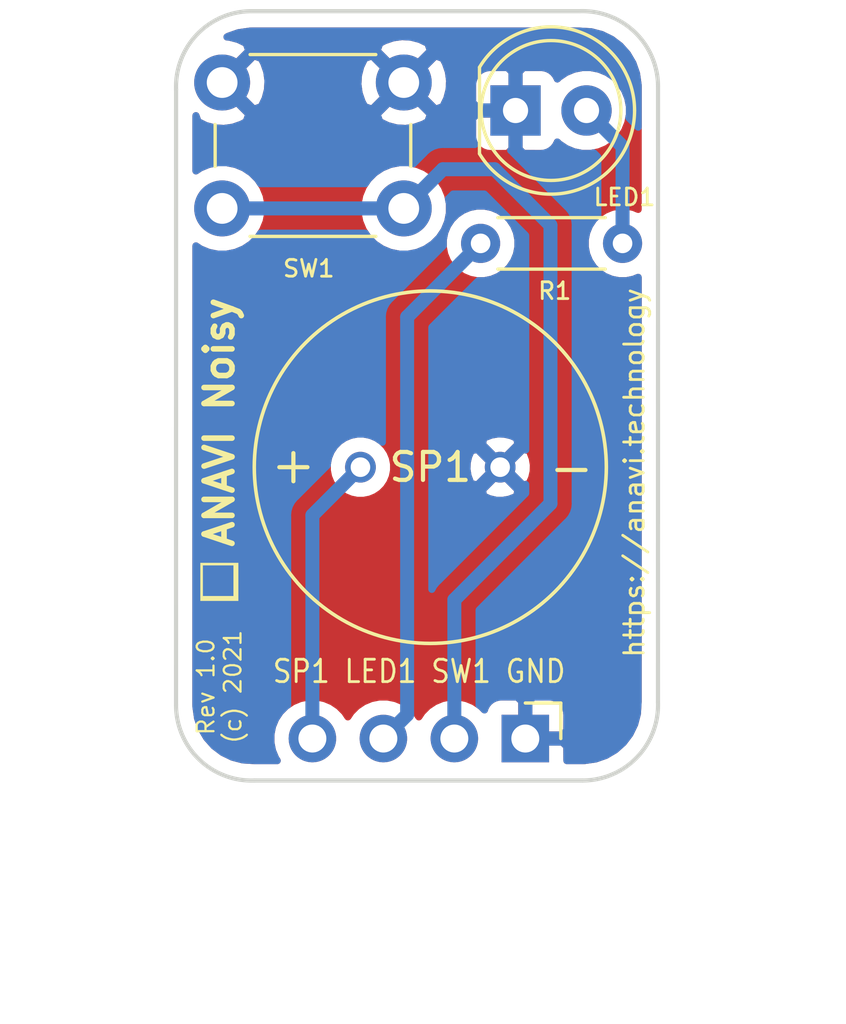
<source format=kicad_pcb>
(kicad_pcb (version 20171130) (host pcbnew 5.1.5+dfsg1-2build2)

  (general
    (thickness 1.6)
    (drawings 13)
    (tracks 15)
    (zones 0)
    (modules 6)
    (nets 6)
  )

  (page A4)
  (layers
    (0 F.Cu signal)
    (31 B.Cu signal)
    (32 B.Adhes user)
    (33 F.Adhes user)
    (34 B.Paste user)
    (35 F.Paste user)
    (36 B.SilkS user)
    (37 F.SilkS user)
    (38 B.Mask user)
    (39 F.Mask user)
    (40 Dwgs.User user)
    (41 Cmts.User user)
    (42 Eco1.User user)
    (43 Eco2.User user)
    (44 Edge.Cuts user)
    (45 Margin user)
    (46 B.CrtYd user)
    (47 F.CrtYd user)
    (48 B.Fab user)
    (49 F.Fab user)
  )

  (setup
    (last_trace_width 0.5)
    (trace_clearance 0.254)
    (zone_clearance 0.508)
    (zone_45_only no)
    (trace_min 0.2)
    (via_size 0.85)
    (via_drill 0.4)
    (via_min_size 0.4)
    (via_min_drill 0.3)
    (uvia_size 0.35)
    (uvia_drill 0.1)
    (uvias_allowed no)
    (uvia_min_size 0.2)
    (uvia_min_drill 0.1)
    (edge_width 0.15)
    (segment_width 0.2)
    (pcb_text_width 0.3)
    (pcb_text_size 1.5 1.5)
    (mod_edge_width 0.15)
    (mod_text_size 1 1)
    (mod_text_width 0.15)
    (pad_size 1.524 1.524)
    (pad_drill 0.762)
    (pad_to_mask_clearance 0.2)
    (solder_mask_min_width 0.25)
    (aux_axis_origin 0 0)
    (visible_elements FFFFFF7F)
    (pcbplotparams
      (layerselection 0x010f0_ffffffff)
      (usegerberextensions true)
      (usegerberattributes false)
      (usegerberadvancedattributes false)
      (creategerberjobfile false)
      (excludeedgelayer true)
      (linewidth 1.000000)
      (plotframeref false)
      (viasonmask false)
      (mode 1)
      (useauxorigin false)
      (hpglpennumber 1)
      (hpglpenspeed 20)
      (hpglpendiameter 15.000000)
      (psnegative false)
      (psa4output false)
      (plotreference true)
      (plotvalue true)
      (plotinvisibletext false)
      (padsonsilk false)
      (subtractmaskfromsilk false)
      (outputformat 1)
      (mirror false)
      (drillshape 0)
      (scaleselection 1)
      (outputdirectory "plots/anavi-noisy-10/"))
  )

  (net 0 "")
  (net 1 GND)
  (net 2 "Net-(J1-Pad2)")
  (net 3 "Net-(J1-Pad3)")
  (net 4 "Net-(J1-Pad4)")
  (net 5 "Net-(D1-Pad2)")

  (net_class Default "This is the default net class."
    (clearance 0.254)
    (trace_width 0.5)
    (via_dia 0.85)
    (via_drill 0.4)
    (uvia_dia 0.35)
    (uvia_drill 0.1)
    (add_net GND)
    (add_net "Net-(D1-Pad2)")
    (add_net "Net-(J1-Pad2)")
    (add_net "Net-(J1-Pad3)")
    (add_net "Net-(J1-Pad4)")
  )

  (module logo:Pin_Header_Angled_1x04_Pitch2.54mm (layer F.Cu) (tedit 5E2A9AD8) (tstamp 60F7A3B3)
    (at 178.6 96.7 270)
    (descr "Through hole angled pin header, 1x04, 2.54mm pitch, 6mm pin length, single row")
    (tags "Through hole angled pin header THT 1x04 2.54mm single row")
    (path /5B13D8AA)
    (fp_text reference J1 (at 4.315 -2.27 270) (layer F.SilkS) hide
      (effects (font (size 1 1) (thickness 0.15)))
    )
    (fp_text value CONN_01X04 (at 4.315 9.89 270) (layer F.Fab) hide
      (effects (font (size 1 1) (thickness 0.15)))
    )
    (fp_line (start 10.2 -1.6) (end -1.6 -1.6) (layer F.CrtYd) (width 0.05))
    (fp_line (start 10.2 9.2) (end 10.2 -1.6) (layer F.CrtYd) (width 0.05))
    (fp_line (start -1.6 9.2) (end 10.2 9.2) (layer F.CrtYd) (width 0.05))
    (fp_line (start -1.6 -1.6) (end -1.6 9.2) (layer F.CrtYd) (width 0.05))
    (fp_line (start -1.27 -1.27) (end 0 -1.27) (layer F.SilkS) (width 0.12))
    (fp_line (start -1.27 0) (end -1.27 -1.27) (layer F.SilkS) (width 0.12))
    (fp_line (start 9.9 7.3) (end 0 7.3) (layer F.Fab) (width 0.1))
    (fp_line (start 9.9 7.94) (end 9.9 7.3) (layer F.Fab) (width 0.1))
    (fp_line (start 0 7.94) (end 9.9 7.94) (layer F.Fab) (width 0.1))
    (fp_line (start 0 7.3) (end 0 7.94) (layer F.Fab) (width 0.1))
    (fp_line (start 3.9 6.35) (end 1.4 6.35) (layer F.Fab) (width 0.1))
    (fp_line (start 3.9 8.89) (end 3.9 6.35) (layer F.Fab) (width 0.1))
    (fp_line (start 1.4 8.89) (end 3.9 8.89) (layer F.Fab) (width 0.1))
    (fp_line (start 1.4 6.35) (end 1.4 8.89) (layer F.Fab) (width 0.1))
    (fp_line (start 9.9 4.76) (end 0 4.76) (layer F.Fab) (width 0.1))
    (fp_line (start 9.9 5.4) (end 9.9 4.76) (layer F.Fab) (width 0.1))
    (fp_line (start 0 5.4) (end 9.9 5.4) (layer F.Fab) (width 0.1))
    (fp_line (start 0 4.76) (end 0 5.4) (layer F.Fab) (width 0.1))
    (fp_line (start 3.9 3.81) (end 1.4 3.81) (layer F.Fab) (width 0.1))
    (fp_line (start 3.9 6.35) (end 3.9 3.81) (layer F.Fab) (width 0.1))
    (fp_line (start 1.4 6.35) (end 3.9 6.35) (layer F.Fab) (width 0.1))
    (fp_line (start 1.4 3.81) (end 1.4 6.35) (layer F.Fab) (width 0.1))
    (fp_line (start 9.9 2.22) (end 0 2.22) (layer F.Fab) (width 0.1))
    (fp_line (start 9.9 2.86) (end 9.9 2.22) (layer F.Fab) (width 0.1))
    (fp_line (start 0 2.86) (end 9.9 2.86) (layer F.Fab) (width 0.1))
    (fp_line (start 0 2.22) (end 0 2.86) (layer F.Fab) (width 0.1))
    (fp_line (start 3.9 1.27) (end 1.4 1.27) (layer F.Fab) (width 0.1))
    (fp_line (start 3.9 3.81) (end 3.9 1.27) (layer F.Fab) (width 0.1))
    (fp_line (start 1.4 3.81) (end 3.9 3.81) (layer F.Fab) (width 0.1))
    (fp_line (start 1.4 1.27) (end 1.4 3.81) (layer F.Fab) (width 0.1))
    (fp_line (start 9.9 -0.32) (end 0 -0.32) (layer F.Fab) (width 0.1))
    (fp_line (start 9.9 0.32) (end 9.9 -0.32) (layer F.Fab) (width 0.1))
    (fp_line (start 0 0.32) (end 9.9 0.32) (layer F.Fab) (width 0.1))
    (fp_line (start 0 -0.32) (end 0 0.32) (layer F.Fab) (width 0.1))
    (fp_line (start 3.9 -1.27) (end 1.4 -1.27) (layer F.Fab) (width 0.1))
    (fp_line (start 3.9 1.27) (end 3.9 -1.27) (layer F.Fab) (width 0.1))
    (fp_line (start 1.4 1.27) (end 3.9 1.27) (layer F.Fab) (width 0.1))
    (fp_line (start 1.4 -1.27) (end 1.4 1.27) (layer F.Fab) (width 0.1))
    (pad 4 thru_hole oval (at 0 7.62 270) (size 1.7 1.7) (drill 1) (layers *.Cu *.Mask)
      (net 4 "Net-(J1-Pad4)"))
    (pad 3 thru_hole oval (at 0 5.08 270) (size 1.7 1.7) (drill 1) (layers *.Cu *.Mask)
      (net 3 "Net-(J1-Pad3)"))
    (pad 2 thru_hole oval (at 0 2.54 270) (size 1.7 1.7) (drill 1) (layers *.Cu *.Mask)
      (net 2 "Net-(J1-Pad2)"))
    (pad 1 thru_hole rect (at 0 0 270) (size 1.7 1.7) (drill 1) (layers *.Cu *.Mask)
      (net 1 GND))
    (model Pin_Headers.3dshapes/Pin_Header_Angled_1x04_Pitch2.54mm.wrl
      (offset (xyz 0 -3.809999942779541 0))
      (scale (xyz 1 1 1))
      (rotate (xyz 0 0 90))
    )
  )

  (module LEDs:LED_D5.0mm (layer F.Cu) (tedit 5E29DBB0) (tstamp 5B16956F)
    (at 178.25 74.25)
    (descr "LED, diameter 5.0mm, 2 pins, http://cdn-reichelt.de/documents/datenblatt/A500/LL-504BC2E-009.pdf")
    (tags "LED diameter 5.0mm 2 pins")
    (path /5B13D81A)
    (fp_text reference D1 (at 1.27 -3.96) (layer F.SilkS) hide
      (effects (font (size 1 1) (thickness 0.15)))
    )
    (fp_text value LED (at 1.27 3.96) (layer F.Fab) hide
      (effects (font (size 1 1) (thickness 0.15)))
    )
    (fp_arc (start 1.27 0) (end -1.23 -1.469694) (angle 299.1) (layer F.Fab) (width 0.1))
    (fp_arc (start 1.27 0) (end -1.29 -1.54483) (angle 148.9) (layer F.SilkS) (width 0.12))
    (fp_arc (start 1.27 0) (end -1.29 1.54483) (angle -148.9) (layer F.SilkS) (width 0.12))
    (fp_circle (center 1.27 0) (end 3.77 0) (layer F.Fab) (width 0.1))
    (fp_circle (center 1.27 0) (end 3.77 0) (layer F.SilkS) (width 0.12))
    (fp_line (start -1.23 -1.469694) (end -1.23 1.469694) (layer F.Fab) (width 0.1))
    (fp_line (start -1.29 -1.545) (end -1.29 1.545) (layer F.SilkS) (width 0.12))
    (fp_line (start -1.95 -3.25) (end -1.95 3.25) (layer F.CrtYd) (width 0.05))
    (fp_line (start -1.95 3.25) (end 4.5 3.25) (layer F.CrtYd) (width 0.05))
    (fp_line (start 4.5 3.25) (end 4.5 -3.25) (layer F.CrtYd) (width 0.05))
    (fp_line (start 4.5 -3.25) (end -1.95 -3.25) (layer F.CrtYd) (width 0.05))
    (pad 1 thru_hole rect (at 0 0) (size 1.8 1.8) (drill 0.9) (layers *.Cu *.Mask)
      (net 1 GND))
    (pad 2 thru_hole circle (at 2.54 0) (size 1.8 1.8) (drill 0.9) (layers *.Cu *.Mask)
      (net 5 "Net-(D1-Pad2)"))
    (model LEDs.3dshapes/LED_D5.0mm.wrl
      (at (xyz 0 0 0))
      (scale (xyz 0.393701 0.393701 0.393701))
      (rotate (xyz 0 0 0))
    )
  )

  (module logo:anavi-logo (layer F.Cu) (tedit 0) (tstamp 60F7A525)
    (at 167.65 91.1 90)
    (fp_text reference G*** (at 0 0 90) (layer F.SilkS) hide
      (effects (font (size 1.524 1.524) (thickness 0.3)))
    )
    (fp_text value LOGO (at 0.75 0 90) (layer F.SilkS) hide
      (effects (font (size 1.524 1.524) (thickness 0.3)))
    )
    (fp_poly (pts (xy 0.677334 0.677334) (xy -0.677333 0.677334) (xy -0.677333 -0.592666) (xy -0.508 -0.592666)
      (xy -0.508 0.508) (xy 0.592667 0.508) (xy 0.592667 -0.592666) (xy -0.508 -0.592666)
      (xy -0.677333 -0.592666) (xy -0.677333 -0.677333) (xy 0.677334 -0.677333) (xy 0.677334 0.677334)) (layer F.SilkS) (width 0.01))
  )

  (module Resistor_THT:R_Axial_DIN0204_L3.6mm_D1.6mm_P5.08mm_Horizontal (layer F.Cu) (tedit 5E29DB93) (tstamp 60F79E3C)
    (at 182.08 79 180)
    (descr "Resistor, Axial_DIN0204 series, Axial, Horizontal, pin pitch=5.08mm, 0.167W, length*diameter=3.6*1.6mm^2, http://cdn-reichelt.de/documents/datenblatt/B400/1_4W%23YAG.pdf")
    (tags "Resistor Axial_DIN0204 series Axial Horizontal pin pitch 5.08mm 0.167W length 3.6mm diameter 1.6mm")
    (path /5B13DF33)
    (fp_text reference R1 (at 2.43 -1.7) (layer F.SilkS)
      (effects (font (size 0.6 0.6) (thickness 0.1)))
    )
    (fp_text value R (at 2.54 1.92 180) (layer F.Fab) hide
      (effects (font (size 1 1) (thickness 0.15)))
    )
    (fp_text user %R (at 2.54 0 180) (layer F.Fab)
      (effects (font (size 0.72 0.72) (thickness 0.108)))
    )
    (fp_line (start 6.03 -1.05) (end -0.95 -1.05) (layer F.CrtYd) (width 0.05))
    (fp_line (start 6.03 1.05) (end 6.03 -1.05) (layer F.CrtYd) (width 0.05))
    (fp_line (start -0.95 1.05) (end 6.03 1.05) (layer F.CrtYd) (width 0.05))
    (fp_line (start -0.95 -1.05) (end -0.95 1.05) (layer F.CrtYd) (width 0.05))
    (fp_line (start 0.62 0.92) (end 4.46 0.92) (layer F.SilkS) (width 0.12))
    (fp_line (start 0.62 -0.92) (end 4.46 -0.92) (layer F.SilkS) (width 0.12))
    (fp_line (start 5.08 0) (end 4.34 0) (layer F.Fab) (width 0.1))
    (fp_line (start 0 0) (end 0.74 0) (layer F.Fab) (width 0.1))
    (fp_line (start 4.34 -0.8) (end 0.74 -0.8) (layer F.Fab) (width 0.1))
    (fp_line (start 4.34 0.8) (end 4.34 -0.8) (layer F.Fab) (width 0.1))
    (fp_line (start 0.74 0.8) (end 4.34 0.8) (layer F.Fab) (width 0.1))
    (fp_line (start 0.74 -0.8) (end 0.74 0.8) (layer F.Fab) (width 0.1))
    (pad 2 thru_hole oval (at 5.08 0 180) (size 1.4 1.4) (drill 0.7) (layers *.Cu *.Mask)
      (net 3 "Net-(J1-Pad3)"))
    (pad 1 thru_hole circle (at 0 0 180) (size 1.4 1.4) (drill 0.7) (layers *.Cu *.Mask)
      (net 5 "Net-(D1-Pad2)"))
    (model ${KISYS3DMOD}/Resistor_THT.3dshapes/R_Axial_DIN0204_L3.6mm_D1.6mm_P5.08mm_Horizontal.wrl
      (at (xyz 0 0 0))
      (scale (xyz 1 1 1))
      (rotate (xyz 0 0 0))
    )
  )

  (module Buttons_Switches_ThroughHole:SW_PUSH_6mm_h4.3mm (layer F.Cu) (tedit 5E29DBD6) (tstamp 60F7A4CF)
    (at 174.25 77.75 180)
    (descr "tactile push button, 6x6mm e.g. PHAP33xx series, height=4.3mm")
    (tags "tact sw push 6mm")
    (path /5E2A346F)
    (fp_text reference SW1 (at 3.4 -2.15) (layer F.SilkS)
      (effects (font (size 0.6 0.6) (thickness 0.1)))
    )
    (fp_text value SW_DIP_x01 (at 3.75 6.7 180) (layer F.Fab) hide
      (effects (font (size 1 1) (thickness 0.15)))
    )
    (fp_text user %R (at 3.25 2.25 180) (layer F.Fab)
      (effects (font (size 1 1) (thickness 0.15)))
    )
    (fp_line (start 3.25 -0.75) (end 6.25 -0.75) (layer F.Fab) (width 0.1))
    (fp_line (start 6.25 -0.75) (end 6.25 5.25) (layer F.Fab) (width 0.1))
    (fp_line (start 6.25 5.25) (end 0.25 5.25) (layer F.Fab) (width 0.1))
    (fp_line (start 0.25 5.25) (end 0.25 -0.75) (layer F.Fab) (width 0.1))
    (fp_line (start 0.25 -0.75) (end 3.25 -0.75) (layer F.Fab) (width 0.1))
    (fp_line (start 7.75 6) (end 8 6) (layer F.CrtYd) (width 0.05))
    (fp_line (start 8 6) (end 8 5.75) (layer F.CrtYd) (width 0.05))
    (fp_line (start 7.75 -1.5) (end 8 -1.5) (layer F.CrtYd) (width 0.05))
    (fp_line (start 8 -1.5) (end 8 -1.25) (layer F.CrtYd) (width 0.05))
    (fp_line (start -1.5 -1.25) (end -1.5 -1.5) (layer F.CrtYd) (width 0.05))
    (fp_line (start -1.5 -1.5) (end -1.25 -1.5) (layer F.CrtYd) (width 0.05))
    (fp_line (start -1.5 5.75) (end -1.5 6) (layer F.CrtYd) (width 0.05))
    (fp_line (start -1.5 6) (end -1.25 6) (layer F.CrtYd) (width 0.05))
    (fp_line (start -1.25 -1.5) (end 7.75 -1.5) (layer F.CrtYd) (width 0.05))
    (fp_line (start -1.5 5.75) (end -1.5 -1.25) (layer F.CrtYd) (width 0.05))
    (fp_line (start 7.75 6) (end -1.25 6) (layer F.CrtYd) (width 0.05))
    (fp_line (start 8 -1.25) (end 8 5.75) (layer F.CrtYd) (width 0.05))
    (fp_line (start 1 5.5) (end 5.5 5.5) (layer F.SilkS) (width 0.12))
    (fp_line (start -0.25 1.5) (end -0.25 3) (layer F.SilkS) (width 0.12))
    (fp_line (start 5.5 -1) (end 1 -1) (layer F.SilkS) (width 0.12))
    (fp_line (start 6.75 3) (end 6.75 1.5) (layer F.SilkS) (width 0.12))
    (fp_circle (center 3.25 2.25) (end 1.25 2.5) (layer F.Fab) (width 0.1))
    (pad 2 thru_hole circle (at 0 4.5 270) (size 2 2) (drill 1.1) (layers *.Cu *.Mask)
      (net 1 GND))
    (pad 1 thru_hole circle (at 0 0 270) (size 2 2) (drill 1.1) (layers *.Cu *.Mask)
      (net 2 "Net-(J1-Pad2)"))
    (pad 2 thru_hole circle (at 6.5 4.5 270) (size 2 2) (drill 1.1) (layers *.Cu *.Mask)
      (net 1 GND))
    (pad 1 thru_hole circle (at 6.5 0 270) (size 2 2) (drill 1.1) (layers *.Cu *.Mask)
      (net 2 "Net-(J1-Pad2)"))
    (model ${KISYS3DMOD}/Buttons_Switches_THT.3dshapes/SW_PUSH_6mm_h4.3mm.wrl
      (offset (xyz 0.1269999980926514 0 0))
      (scale (xyz 0.3937 0.3937 0.3937))
      (rotate (xyz 0 0 0))
    )
  )

  (module SPKR_PKM13EPYH4000-A0 (layer F.Cu) (tedit 60F74327) (tstamp 60F79CCA)
    (at 175.2 87 180)
    (path /60F752C6)
    (fp_text reference SP1 (at 0 0) (layer F.SilkS)
      (effects (font (size 1 1) (thickness 0.15)))
    )
    (fp_text value PKM13EPYH4000-A0 (at 0 1.8) (layer F.Fab)
      (effects (font (size 0.5 0.5) (thickness 0.125)))
    )
    (fp_circle (center 0 0) (end 6.3 0) (layer F.SilkS) (width 0.127))
    (fp_circle (center 0 0) (end 6.3 0) (layer F.Fab) (width 0.127))
    (fp_circle (center 0 0) (end 6.55 0) (layer F.CrtYd) (width 0.05))
    (fp_text user - (at -5.05 0) (layer F.SilkS)
      (effects (font (size 1.32 1.32) (thickness 0.15)))
    )
    (fp_text user - (at -5.05 0) (layer F.Fab)
      (effects (font (size 1.32 1.32) (thickness 0.15)))
    )
    (fp_text user + (at 4.9 0.1) (layer F.Fab)
      (effects (font (size 1.32 1.32) (thickness 0.15)))
    )
    (fp_text user + (at 4.9 0.1) (layer F.SilkS)
      (effects (font (size 1.32 1.32) (thickness 0.15)))
    )
    (pad N thru_hole circle (at -2.5 0 180) (size 1.1 1.1) (drill 0.7) (layers *.Cu *.Mask)
      (net 1 GND))
    (pad P thru_hole circle (at 2.5 0 180) (size 1.1 1.1) (drill 0.7) (layers *.Cu *.Mask)
      (net 4 "Net-(J1-Pad4)"))
  )

  (gr_line (start 166.1 95.5) (end 166.10185 73.499931) (layer Edge.Cuts) (width 0.15) (tstamp 60F7A649))
  (gr_line (start 183.34815 95.400069) (end 183.349931 73.39815) (layer Edge.Cuts) (width 0.15) (tstamp 60F7A62C))
  (gr_line (start 168.8 70.7) (end 180.55 70.7) (layer Edge.Cuts) (width 0.15) (tstamp 60F7A46C))
  (gr_line (start 168.9 98.2) (end 180.65 98.2) (layer Edge.Cuts) (width 0.15) (tstamp 60F7A46B))
  (gr_arc (start 180.649931 73.39815) (end 183.349931 73.39815) (angle -92.1210964) (layer Edge.Cuts) (width 0.15) (tstamp 60F7A422))
  (gr_arc (start 168.8 73.4) (end 168.8 70.7) (angle -92.1210964) (layer Edge.Cuts) (width 0.15) (tstamp 60F7A421))
  (gr_arc (start 180.65 95.5) (end 180.65 98.2) (angle -92.1210964) (layer Edge.Cuts) (width 0.15) (tstamp 60F7A346))
  (gr_arc (start 168.800069 95.50185) (end 166.100069 95.50185) (angle -92.1210964) (layer Edge.Cuts) (width 0.15) (tstamp 60F7A343))
  (gr_text LED1 (at 182.15 77.35) (layer F.SilkS) (tstamp 5E29FB78)
    (effects (font (size 0.6 0.6) (thickness 0.1)))
  )
  (gr_text https://anavi.technology (at 182.5 87.2 90) (layer F.SilkS)
    (effects (font (size 0.7 0.7) (thickness 0.1)))
  )
  (gr_text "Rev 1.0\n(c) 2021" (at 167.65 94.85 90) (layer F.SilkS)
    (effects (font (size 0.6 0.6) (thickness 0.08)))
  )
  (gr_text "ANAVI Noisy" (at 167.65 89.95 90) (layer F.SilkS)
    (effects (font (size 1 1) (thickness 0.2)) (justify left))
  )
  (gr_text "SP1 LED1 SW1 GND" (at 174.8 94.3) (layer F.SilkS)
    (effects (font (size 0.8 0.7) (thickness 0.1)))
  )

  (segment (start 176.06 91.74) (end 176.06 96.7) (width 0.5) (layer B.Cu) (net 2))
  (segment (start 179.5 88.3) (end 176.06 91.74) (width 0.5) (layer B.Cu) (net 2))
  (segment (start 179.5 78.35) (end 179.5 88.3) (width 0.5) (layer B.Cu) (net 2))
  (segment (start 177.5 76.35) (end 179.5 78.35) (width 0.5) (layer B.Cu) (net 2))
  (segment (start 175.65 76.35) (end 177.5 76.35) (width 0.5) (layer B.Cu) (net 2))
  (segment (start 174.25 77.75) (end 175.65 76.35) (width 0.5) (layer B.Cu) (net 2))
  (segment (start 174.25 77.75) (end 167.75 77.75) (width 0.5) (layer B.Cu) (net 2))
  (segment (start 174.369999 81.630001) (end 176.300001 79.699999) (width 0.5) (layer B.Cu) (net 3))
  (segment (start 174.369999 95.850001) (end 174.369999 81.630001) (width 0.5) (layer B.Cu) (net 3))
  (segment (start 176.300001 79.699999) (end 177 79) (width 0.5) (layer B.Cu) (net 3))
  (segment (start 173.52 96.7) (end 174.369999 95.850001) (width 0.5) (layer B.Cu) (net 3))
  (segment (start 170.98 88.72) (end 172.7 87) (width 0.5) (layer B.Cu) (net 4))
  (segment (start 170.98 96.7) (end 170.98 88.72) (width 0.5) (layer B.Cu) (net 4))
  (segment (start 182.08 75.54) (end 180.79 74.25) (width 0.5) (layer B.Cu) (net 5))
  (segment (start 182.08 79) (end 182.08 75.54) (width 0.5) (layer B.Cu) (net 5))

  (zone (net 1) (net_name GND) (layer B.Cu) (tstamp 60F7A585) (hatch edge 0.508)
    (connect_pads (clearance 0.508))
    (min_thickness 0.254)
    (fill yes (arc_segments 16) (thermal_gap 0.508) (thermal_bridge_width 0.508))
    (polygon
      (pts
        (xy 190.1 100) (xy 159.9 100) (xy 159.8 70.3) (xy 190 70.3)
      )
    )
    (filled_polygon
      (pts
        (xy 178.615 78.716579) (xy 178.615001 86.384682) (xy 178.513979 86.365626) (xy 177.879605 87) (xy 178.513979 87.634374)
        (xy 178.615001 87.615318) (xy 178.615001 87.93342) (xy 175.464956 91.083466) (xy 175.431183 91.111183) (xy 175.320589 91.245942)
        (xy 175.254999 91.368654) (xy 175.254999 87.813979) (xy 177.065626 87.813979) (xy 177.106841 88.032478) (xy 177.319665 88.128359)
        (xy 177.547105 88.180878) (xy 177.780421 88.188016) (xy 178.010646 88.1495) (xy 178.228934 88.066808) (xy 178.293159 88.032478)
        (xy 178.334374 87.813979) (xy 177.7 87.179605) (xy 177.065626 87.813979) (xy 175.254999 87.813979) (xy 175.254999 87.080421)
        (xy 176.511984 87.080421) (xy 176.5505 87.310646) (xy 176.633192 87.528934) (xy 176.667522 87.593159) (xy 176.886021 87.634374)
        (xy 177.520395 87) (xy 176.886021 86.365626) (xy 176.667522 86.406841) (xy 176.571641 86.619665) (xy 176.519122 86.847105)
        (xy 176.511984 87.080421) (xy 175.254999 87.080421) (xy 175.254999 86.186021) (xy 177.065626 86.186021) (xy 177.7 86.820395)
        (xy 178.334374 86.186021) (xy 178.293159 85.967522) (xy 178.080335 85.871641) (xy 177.852895 85.819122) (xy 177.619579 85.811984)
        (xy 177.389354 85.8505) (xy 177.171066 85.933192) (xy 177.106841 85.967522) (xy 177.065626 86.186021) (xy 175.254999 86.186021)
        (xy 175.254999 81.996579) (xy 176.916579 80.335) (xy 177.131486 80.335) (xy 177.389405 80.283696) (xy 177.632359 80.183061)
        (xy 177.851013 80.036962) (xy 178.036962 79.851013) (xy 178.183061 79.632359) (xy 178.283696 79.389405) (xy 178.335 79.131486)
        (xy 178.335 78.868514) (xy 178.283696 78.610595) (xy 178.183061 78.367641) (xy 178.036962 78.148987) (xy 177.851013 77.963038)
        (xy 177.632359 77.816939) (xy 177.389405 77.716304) (xy 177.131486 77.665) (xy 176.868514 77.665) (xy 176.610595 77.716304)
        (xy 176.367641 77.816939) (xy 176.148987 77.963038) (xy 175.963038 78.148987) (xy 175.816939 78.367641) (xy 175.716304 78.610595)
        (xy 175.665 78.868514) (xy 175.665 79.083421) (xy 173.77495 80.973472) (xy 173.741183 81.001184) (xy 173.71347 81.034952)
        (xy 173.713467 81.034955) (xy 173.630589 81.135942) (xy 173.548411 81.289688) (xy 173.497804 81.456511) (xy 173.480718 81.630001)
        (xy 173.485 81.67348) (xy 173.485 86.109156) (xy 173.455394 86.07955) (xy 173.261308 85.949866) (xy 173.045652 85.860539)
        (xy 172.816712 85.815) (xy 172.583288 85.815) (xy 172.354348 85.860539) (xy 172.138692 85.949866) (xy 171.944606 86.07955)
        (xy 171.77955 86.244606) (xy 171.649866 86.438692) (xy 171.560539 86.654348) (xy 171.515 86.883288) (xy 171.515 86.933421)
        (xy 170.384951 88.063471) (xy 170.351184 88.091183) (xy 170.323471 88.124951) (xy 170.323468 88.124954) (xy 170.24059 88.225941)
        (xy 170.158412 88.379687) (xy 170.107805 88.54651) (xy 170.090719 88.72) (xy 170.095001 88.763479) (xy 170.095 95.505344)
        (xy 170.033368 95.546525) (xy 169.826525 95.753368) (xy 169.66401 95.996589) (xy 169.552068 96.266842) (xy 169.495 96.55374)
        (xy 169.495 96.84626) (xy 169.552068 97.133158) (xy 169.66401 97.403411) (xy 169.721867 97.49) (xy 168.921569 97.49)
        (xy 168.48659 97.463556) (xy 168.111536 97.36531) (xy 167.762697 97.196081) (xy 167.453378 96.962324) (xy 167.195352 96.672937)
        (xy 166.998448 96.338941) (xy 166.870168 95.973063) (xy 166.811574 95.562445) (xy 166.810001 95.490946) (xy 166.811379 79.089231)
        (xy 166.975537 79.198918) (xy 167.273088 79.322168) (xy 167.588967 79.385) (xy 167.911033 79.385) (xy 168.226912 79.322168)
        (xy 168.524463 79.198918) (xy 168.792252 79.019987) (xy 169.019987 78.792252) (xy 169.125059 78.635) (xy 172.874941 78.635)
        (xy 172.980013 78.792252) (xy 173.207748 79.019987) (xy 173.475537 79.198918) (xy 173.773088 79.322168) (xy 174.088967 79.385)
        (xy 174.411033 79.385) (xy 174.726912 79.322168) (xy 175.024463 79.198918) (xy 175.292252 79.019987) (xy 175.519987 78.792252)
        (xy 175.698918 78.524463) (xy 175.822168 78.226912) (xy 175.885 77.911033) (xy 175.885 77.588967) (xy 175.848104 77.403475)
        (xy 176.016579 77.235) (xy 177.133422 77.235)
      )
    )
    (filled_polygon
      (pts
        (xy 180.963409 71.436444) (xy 181.338466 71.534691) (xy 181.687303 71.703919) (xy 181.996626 71.93768) (xy 182.254649 72.227065)
        (xy 182.451553 72.561061) (xy 182.579832 72.926937) (xy 182.638426 73.337554) (xy 182.639931 73.405929) (xy 182.639814 74.848235)
        (xy 182.30306 74.511482) (xy 182.325 74.401184) (xy 182.325 74.098816) (xy 182.266011 73.802257) (xy 182.150299 73.522905)
        (xy 181.982312 73.271495) (xy 181.768505 73.057688) (xy 181.517095 72.889701) (xy 181.237743 72.773989) (xy 180.941184 72.715)
        (xy 180.638816 72.715) (xy 180.342257 72.773989) (xy 180.062905 72.889701) (xy 179.811495 73.057688) (xy 179.745056 73.124127)
        (xy 179.739502 73.10582) (xy 179.680537 72.995506) (xy 179.601185 72.898815) (xy 179.504494 72.819463) (xy 179.39418 72.760498)
        (xy 179.274482 72.724188) (xy 179.15 72.711928) (xy 178.53575 72.715) (xy 178.377 72.87375) (xy 178.377 74.123)
        (xy 178.397 74.123) (xy 178.397 74.377) (xy 178.377 74.377) (xy 178.377 75.62625) (xy 178.53575 75.785)
        (xy 179.15 75.788072) (xy 179.274482 75.775812) (xy 179.39418 75.739502) (xy 179.504494 75.680537) (xy 179.601185 75.601185)
        (xy 179.680537 75.504494) (xy 179.739502 75.39418) (xy 179.745056 75.375873) (xy 179.811495 75.442312) (xy 180.062905 75.610299)
        (xy 180.342257 75.726011) (xy 180.638816 75.785) (xy 180.941184 75.785) (xy 181.051482 75.76306) (xy 181.195001 75.90658)
        (xy 181.195 77.997025) (xy 181.043038 78.148987) (xy 180.896939 78.367641) (xy 180.796304 78.610595) (xy 180.745 78.868514)
        (xy 180.745 79.131486) (xy 180.796304 79.389405) (xy 180.896939 79.632359) (xy 181.043038 79.851013) (xy 181.228987 80.036962)
        (xy 181.447641 80.183061) (xy 181.690595 80.283696) (xy 181.948514 80.335) (xy 182.211486 80.335) (xy 182.469405 80.283696)
        (xy 182.63938 80.21329) (xy 182.638153 95.378458) (xy 182.611706 95.813479) (xy 182.51346 96.188533) (xy 182.344231 96.537372)
        (xy 182.110474 96.846691) (xy 181.821087 97.104717) (xy 181.487091 97.301621) (xy 181.121213 97.429901) (xy 180.710595 97.488495)
        (xy 180.642201 97.49) (xy 180.087745 97.49) (xy 180.085 96.98575) (xy 179.92625 96.827) (xy 178.727 96.827)
        (xy 178.727 96.847) (xy 178.473 96.847) (xy 178.473 96.827) (xy 178.453 96.827) (xy 178.453 96.573)
        (xy 178.473 96.573) (xy 178.473 95.37375) (xy 178.727 95.37375) (xy 178.727 96.573) (xy 179.92625 96.573)
        (xy 180.085 96.41425) (xy 180.088072 95.85) (xy 180.075812 95.725518) (xy 180.039502 95.60582) (xy 179.980537 95.495506)
        (xy 179.901185 95.398815) (xy 179.804494 95.319463) (xy 179.69418 95.260498) (xy 179.574482 95.224188) (xy 179.45 95.211928)
        (xy 178.88575 95.215) (xy 178.727 95.37375) (xy 178.473 95.37375) (xy 178.31425 95.215) (xy 177.75 95.211928)
        (xy 177.625518 95.224188) (xy 177.50582 95.260498) (xy 177.395506 95.319463) (xy 177.298815 95.398815) (xy 177.219463 95.495506)
        (xy 177.160498 95.60582) (xy 177.138487 95.67838) (xy 177.006632 95.546525) (xy 176.945 95.505344) (xy 176.945 92.106578)
        (xy 180.095049 88.95653) (xy 180.128817 88.928817) (xy 180.15781 88.89349) (xy 180.239411 88.794059) (xy 180.321589 88.640314)
        (xy 180.372195 88.47349) (xy 180.385 88.343477) (xy 180.385 88.343469) (xy 180.389281 88.3) (xy 180.385 88.256531)
        (xy 180.385 78.393465) (xy 180.389281 78.349999) (xy 180.385 78.306533) (xy 180.385 78.306523) (xy 180.372195 78.17651)
        (xy 180.321589 78.009687) (xy 180.239411 77.855941) (xy 180.128817 77.721183) (xy 180.09505 77.693471) (xy 178.156534 75.754956)
        (xy 178.128817 75.721183) (xy 178.073481 75.675769) (xy 178.123 75.62625) (xy 178.123 74.377) (xy 176.87375 74.377)
        (xy 176.715 74.53575) (xy 176.711928 75.15) (xy 176.724188 75.274482) (xy 176.760498 75.39418) (xy 176.798353 75.465)
        (xy 175.693469 75.465) (xy 175.65 75.460719) (xy 175.606531 75.465) (xy 175.606523 75.465) (xy 175.491306 75.476348)
        (xy 175.476509 75.477805) (xy 175.425903 75.493157) (xy 175.309687 75.528411) (xy 175.155941 75.610589) (xy 175.155939 75.61059)
        (xy 175.15594 75.61059) (xy 175.054953 75.693468) (xy 175.054951 75.69347) (xy 175.021183 75.721183) (xy 174.99347 75.754951)
        (xy 174.596525 76.151896) (xy 174.411033 76.115) (xy 174.088967 76.115) (xy 173.773088 76.177832) (xy 173.475537 76.301082)
        (xy 173.207748 76.480013) (xy 172.980013 76.707748) (xy 172.874941 76.865) (xy 169.125059 76.865) (xy 169.019987 76.707748)
        (xy 168.792252 76.480013) (xy 168.524463 76.301082) (xy 168.226912 76.177832) (xy 167.911033 76.115) (xy 167.588967 76.115)
        (xy 167.273088 76.177832) (xy 166.975537 76.301082) (xy 166.811604 76.410618) (xy 166.811771 74.433947) (xy 166.889956 74.649814)
        (xy 167.179571 74.790704) (xy 167.491108 74.872384) (xy 167.812595 74.891718) (xy 168.131675 74.847961) (xy 168.436088 74.742795)
        (xy 168.610044 74.649814) (xy 168.705808 74.385413) (xy 173.294192 74.385413) (xy 173.389956 74.649814) (xy 173.679571 74.790704)
        (xy 173.991108 74.872384) (xy 174.312595 74.891718) (xy 174.631675 74.847961) (xy 174.936088 74.742795) (xy 175.110044 74.649814)
        (xy 175.205808 74.385413) (xy 174.25 73.429605) (xy 173.294192 74.385413) (xy 168.705808 74.385413) (xy 167.75 73.429605)
        (xy 167.735858 73.443748) (xy 167.556253 73.264143) (xy 167.570395 73.25) (xy 167.929605 73.25) (xy 168.885413 74.205808)
        (xy 169.149814 74.110044) (xy 169.290704 73.820429) (xy 169.372384 73.508892) (xy 169.384189 73.312595) (xy 172.608282 73.312595)
        (xy 172.652039 73.631675) (xy 172.757205 73.936088) (xy 172.850186 74.110044) (xy 173.114587 74.205808) (xy 174.070395 73.25)
        (xy 174.429605 73.25) (xy 175.385413 74.205808) (xy 175.649814 74.110044) (xy 175.790704 73.820429) (xy 175.872384 73.508892)
        (xy 175.881939 73.35) (xy 176.711928 73.35) (xy 176.715 73.96425) (xy 176.87375 74.123) (xy 178.123 74.123)
        (xy 178.123 72.87375) (xy 177.96425 72.715) (xy 177.35 72.711928) (xy 177.225518 72.724188) (xy 177.10582 72.760498)
        (xy 176.995506 72.819463) (xy 176.898815 72.898815) (xy 176.819463 72.995506) (xy 176.760498 73.10582) (xy 176.724188 73.225518)
        (xy 176.711928 73.35) (xy 175.881939 73.35) (xy 175.891718 73.187405) (xy 175.847961 72.868325) (xy 175.742795 72.563912)
        (xy 175.649814 72.389956) (xy 175.385413 72.294192) (xy 174.429605 73.25) (xy 174.070395 73.25) (xy 173.114587 72.294192)
        (xy 172.850186 72.389956) (xy 172.709296 72.679571) (xy 172.627616 72.991108) (xy 172.608282 73.312595) (xy 169.384189 73.312595)
        (xy 169.391718 73.187405) (xy 169.347961 72.868325) (xy 169.242795 72.563912) (xy 169.149814 72.389956) (xy 168.885413 72.294192)
        (xy 167.929605 73.25) (xy 167.570395 73.25) (xy 167.556253 73.235858) (xy 167.735858 73.056253) (xy 167.75 73.070395)
        (xy 168.705808 72.114587) (xy 173.294192 72.114587) (xy 174.25 73.070395) (xy 175.205808 72.114587) (xy 175.110044 71.850186)
        (xy 174.820429 71.709296) (xy 174.508892 71.627616) (xy 174.187405 71.608282) (xy 173.868325 71.652039) (xy 173.563912 71.757205)
        (xy 173.389956 71.850186) (xy 173.294192 72.114587) (xy 168.705808 72.114587) (xy 168.610044 71.850186) (xy 168.320429 71.709296)
        (xy 168.008892 71.627616) (xy 167.922164 71.6224) (xy 167.962911 71.598378) (xy 168.328787 71.470099) (xy 168.739404 71.411505)
        (xy 168.807799 71.41) (xy 180.528431 71.41)
      )
    )
  )
  (zone (net 1) (net_name GND) (layer F.Cu) (tstamp 60F7A695) (hatch edge 0.508)
    (connect_pads (clearance 0.508))
    (min_thickness 0.254)
    (fill yes (arc_segments 16) (thermal_gap 0.508) (thermal_bridge_width 0.508))
    (polygon
      (pts
        (xy 190.1 100) (xy 159.9 100) (xy 159.8 70.3) (xy 190 70.3)
      )
    )
    (filled_polygon
      (pts
        (xy 180.963409 71.436444) (xy 181.338466 71.534691) (xy 181.687303 71.703919) (xy 181.996626 71.93768) (xy 182.254649 72.227065)
        (xy 182.451553 72.561061) (xy 182.579832 72.926937) (xy 182.638426 73.337554) (xy 182.639931 73.405929) (xy 182.639576 77.786791)
        (xy 182.469405 77.716304) (xy 182.211486 77.665) (xy 181.948514 77.665) (xy 181.690595 77.716304) (xy 181.447641 77.816939)
        (xy 181.228987 77.963038) (xy 181.043038 78.148987) (xy 180.896939 78.367641) (xy 180.796304 78.610595) (xy 180.745 78.868514)
        (xy 180.745 79.131486) (xy 180.796304 79.389405) (xy 180.896939 79.632359) (xy 181.043038 79.851013) (xy 181.228987 80.036962)
        (xy 181.447641 80.183061) (xy 181.690595 80.283696) (xy 181.948514 80.335) (xy 182.211486 80.335) (xy 182.469405 80.283696)
        (xy 182.63938 80.21329) (xy 182.638153 95.378458) (xy 182.611706 95.813479) (xy 182.51346 96.188533) (xy 182.344231 96.537372)
        (xy 182.110474 96.846691) (xy 181.821087 97.104717) (xy 181.487091 97.301621) (xy 181.121213 97.429901) (xy 180.710595 97.488495)
        (xy 180.642201 97.49) (xy 180.087745 97.49) (xy 180.085 96.98575) (xy 179.92625 96.827) (xy 178.727 96.827)
        (xy 178.727 96.847) (xy 178.473 96.847) (xy 178.473 96.827) (xy 178.453 96.827) (xy 178.453 96.573)
        (xy 178.473 96.573) (xy 178.473 95.37375) (xy 178.727 95.37375) (xy 178.727 96.573) (xy 179.92625 96.573)
        (xy 180.085 96.41425) (xy 180.088072 95.85) (xy 180.075812 95.725518) (xy 180.039502 95.60582) (xy 179.980537 95.495506)
        (xy 179.901185 95.398815) (xy 179.804494 95.319463) (xy 179.69418 95.260498) (xy 179.574482 95.224188) (xy 179.45 95.211928)
        (xy 178.88575 95.215) (xy 178.727 95.37375) (xy 178.473 95.37375) (xy 178.31425 95.215) (xy 177.75 95.211928)
        (xy 177.625518 95.224188) (xy 177.50582 95.260498) (xy 177.395506 95.319463) (xy 177.298815 95.398815) (xy 177.219463 95.495506)
        (xy 177.160498 95.60582) (xy 177.138487 95.67838) (xy 177.006632 95.546525) (xy 176.763411 95.38401) (xy 176.493158 95.272068)
        (xy 176.20626 95.215) (xy 175.91374 95.215) (xy 175.626842 95.272068) (xy 175.356589 95.38401) (xy 175.113368 95.546525)
        (xy 174.906525 95.753368) (xy 174.79 95.92776) (xy 174.673475 95.753368) (xy 174.466632 95.546525) (xy 174.223411 95.38401)
        (xy 173.953158 95.272068) (xy 173.66626 95.215) (xy 173.37374 95.215) (xy 173.086842 95.272068) (xy 172.816589 95.38401)
        (xy 172.573368 95.546525) (xy 172.366525 95.753368) (xy 172.25 95.92776) (xy 172.133475 95.753368) (xy 171.926632 95.546525)
        (xy 171.683411 95.38401) (xy 171.413158 95.272068) (xy 171.12626 95.215) (xy 170.83374 95.215) (xy 170.546842 95.272068)
        (xy 170.276589 95.38401) (xy 170.033368 95.546525) (xy 169.826525 95.753368) (xy 169.66401 95.996589) (xy 169.552068 96.266842)
        (xy 169.495 96.55374) (xy 169.495 96.84626) (xy 169.552068 97.133158) (xy 169.66401 97.403411) (xy 169.721867 97.49)
        (xy 168.921569 97.49) (xy 168.48659 97.463556) (xy 168.111536 97.36531) (xy 167.762697 97.196081) (xy 167.453378 96.962324)
        (xy 167.195352 96.672937) (xy 166.998448 96.338941) (xy 166.870168 95.973063) (xy 166.811574 95.562445) (xy 166.810001 95.490946)
        (xy 166.810724 86.883288) (xy 171.515 86.883288) (xy 171.515 87.116712) (xy 171.560539 87.345652) (xy 171.649866 87.561308)
        (xy 171.77955 87.755394) (xy 171.944606 87.92045) (xy 172.138692 88.050134) (xy 172.354348 88.139461) (xy 172.583288 88.185)
        (xy 172.816712 88.185) (xy 173.045652 88.139461) (xy 173.261308 88.050134) (xy 173.455394 87.92045) (xy 173.561865 87.813979)
        (xy 177.065626 87.813979) (xy 177.106841 88.032478) (xy 177.319665 88.128359) (xy 177.547105 88.180878) (xy 177.780421 88.188016)
        (xy 178.010646 88.1495) (xy 178.228934 88.066808) (xy 178.293159 88.032478) (xy 178.334374 87.813979) (xy 177.7 87.179605)
        (xy 177.065626 87.813979) (xy 173.561865 87.813979) (xy 173.62045 87.755394) (xy 173.750134 87.561308) (xy 173.839461 87.345652)
        (xy 173.885 87.116712) (xy 173.885 87.080421) (xy 176.511984 87.080421) (xy 176.5505 87.310646) (xy 176.633192 87.528934)
        (xy 176.667522 87.593159) (xy 176.886021 87.634374) (xy 177.520395 87) (xy 177.879605 87) (xy 178.513979 87.634374)
        (xy 178.732478 87.593159) (xy 178.828359 87.380335) (xy 178.880878 87.152895) (xy 178.888016 86.919579) (xy 178.8495 86.689354)
        (xy 178.766808 86.471066) (xy 178.732478 86.406841) (xy 178.513979 86.365626) (xy 177.879605 87) (xy 177.520395 87)
        (xy 176.886021 86.365626) (xy 176.667522 86.406841) (xy 176.571641 86.619665) (xy 176.519122 86.847105) (xy 176.511984 87.080421)
        (xy 173.885 87.080421) (xy 173.885 86.883288) (xy 173.839461 86.654348) (xy 173.750134 86.438692) (xy 173.62045 86.244606)
        (xy 173.561865 86.186021) (xy 177.065626 86.186021) (xy 177.7 86.820395) (xy 178.334374 86.186021) (xy 178.293159 85.967522)
        (xy 178.080335 85.871641) (xy 177.852895 85.819122) (xy 177.619579 85.811984) (xy 177.389354 85.8505) (xy 177.171066 85.933192)
        (xy 177.106841 85.967522) (xy 177.065626 86.186021) (xy 173.561865 86.186021) (xy 173.455394 86.07955) (xy 173.261308 85.949866)
        (xy 173.045652 85.860539) (xy 172.816712 85.815) (xy 172.583288 85.815) (xy 172.354348 85.860539) (xy 172.138692 85.949866)
        (xy 171.944606 86.07955) (xy 171.77955 86.244606) (xy 171.649866 86.438692) (xy 171.560539 86.654348) (xy 171.515 86.883288)
        (xy 166.810724 86.883288) (xy 166.811379 79.089231) (xy 166.975537 79.198918) (xy 167.273088 79.322168) (xy 167.588967 79.385)
        (xy 167.911033 79.385) (xy 168.226912 79.322168) (xy 168.524463 79.198918) (xy 168.792252 79.019987) (xy 169.019987 78.792252)
        (xy 169.198918 78.524463) (xy 169.322168 78.226912) (xy 169.385 77.911033) (xy 169.385 77.588967) (xy 172.615 77.588967)
        (xy 172.615 77.911033) (xy 172.677832 78.226912) (xy 172.801082 78.524463) (xy 172.980013 78.792252) (xy 173.207748 79.019987)
        (xy 173.475537 79.198918) (xy 173.773088 79.322168) (xy 174.088967 79.385) (xy 174.411033 79.385) (xy 174.726912 79.322168)
        (xy 175.024463 79.198918) (xy 175.292252 79.019987) (xy 175.443725 78.868514) (xy 175.665 78.868514) (xy 175.665 79.131486)
        (xy 175.716304 79.389405) (xy 175.816939 79.632359) (xy 175.963038 79.851013) (xy 176.148987 80.036962) (xy 176.367641 80.183061)
        (xy 176.610595 80.283696) (xy 176.868514 80.335) (xy 177.131486 80.335) (xy 177.389405 80.283696) (xy 177.632359 80.183061)
        (xy 177.851013 80.036962) (xy 178.036962 79.851013) (xy 178.183061 79.632359) (xy 178.283696 79.389405) (xy 178.335 79.131486)
        (xy 178.335 78.868514) (xy 178.283696 78.610595) (xy 178.183061 78.367641) (xy 178.036962 78.148987) (xy 177.851013 77.963038)
        (xy 177.632359 77.816939) (xy 177.389405 77.716304) (xy 177.131486 77.665) (xy 176.868514 77.665) (xy 176.610595 77.716304)
        (xy 176.367641 77.816939) (xy 176.148987 77.963038) (xy 175.963038 78.148987) (xy 175.816939 78.367641) (xy 175.716304 78.610595)
        (xy 175.665 78.868514) (xy 175.443725 78.868514) (xy 175.519987 78.792252) (xy 175.698918 78.524463) (xy 175.822168 78.226912)
        (xy 175.885 77.911033) (xy 175.885 77.588967) (xy 175.822168 77.273088) (xy 175.698918 76.975537) (xy 175.519987 76.707748)
        (xy 175.292252 76.480013) (xy 175.024463 76.301082) (xy 174.726912 76.177832) (xy 174.411033 76.115) (xy 174.088967 76.115)
        (xy 173.773088 76.177832) (xy 173.475537 76.301082) (xy 173.207748 76.480013) (xy 172.980013 76.707748) (xy 172.801082 76.975537)
        (xy 172.677832 77.273088) (xy 172.615 77.588967) (xy 169.385 77.588967) (xy 169.322168 77.273088) (xy 169.198918 76.975537)
        (xy 169.019987 76.707748) (xy 168.792252 76.480013) (xy 168.524463 76.301082) (xy 168.226912 76.177832) (xy 167.911033 76.115)
        (xy 167.588967 76.115) (xy 167.273088 76.177832) (xy 166.975537 76.301082) (xy 166.811604 76.410618) (xy 166.81171 75.15)
        (xy 176.711928 75.15) (xy 176.724188 75.274482) (xy 176.760498 75.39418) (xy 176.819463 75.504494) (xy 176.898815 75.601185)
        (xy 176.995506 75.680537) (xy 177.10582 75.739502) (xy 177.225518 75.775812) (xy 177.35 75.788072) (xy 177.96425 75.785)
        (xy 178.123 75.62625) (xy 178.123 74.377) (xy 176.87375 74.377) (xy 176.715 74.53575) (xy 176.711928 75.15)
        (xy 166.81171 75.15) (xy 166.811771 74.433947) (xy 166.889956 74.649814) (xy 167.179571 74.790704) (xy 167.491108 74.872384)
        (xy 167.812595 74.891718) (xy 168.131675 74.847961) (xy 168.436088 74.742795) (xy 168.610044 74.649814) (xy 168.705808 74.385413)
        (xy 173.294192 74.385413) (xy 173.389956 74.649814) (xy 173.679571 74.790704) (xy 173.991108 74.872384) (xy 174.312595 74.891718)
        (xy 174.631675 74.847961) (xy 174.936088 74.742795) (xy 175.110044 74.649814) (xy 175.205808 74.385413) (xy 174.25 73.429605)
        (xy 173.294192 74.385413) (xy 168.705808 74.385413) (xy 167.75 73.429605) (xy 167.735858 73.443748) (xy 167.556253 73.264143)
        (xy 167.570395 73.25) (xy 167.929605 73.25) (xy 168.885413 74.205808) (xy 169.149814 74.110044) (xy 169.290704 73.820429)
        (xy 169.372384 73.508892) (xy 169.384189 73.312595) (xy 172.608282 73.312595) (xy 172.652039 73.631675) (xy 172.757205 73.936088)
        (xy 172.850186 74.110044) (xy 173.114587 74.205808) (xy 174.070395 73.25) (xy 174.429605 73.25) (xy 175.385413 74.205808)
        (xy 175.649814 74.110044) (xy 175.790704 73.820429) (xy 175.872384 73.508892) (xy 175.881939 73.35) (xy 176.711928 73.35)
        (xy 176.715 73.96425) (xy 176.87375 74.123) (xy 178.123 74.123) (xy 178.123 72.87375) (xy 178.377 72.87375)
        (xy 178.377 74.123) (xy 178.397 74.123) (xy 178.397 74.377) (xy 178.377 74.377) (xy 178.377 75.62625)
        (xy 178.53575 75.785) (xy 179.15 75.788072) (xy 179.274482 75.775812) (xy 179.39418 75.739502) (xy 179.504494 75.680537)
        (xy 179.601185 75.601185) (xy 179.680537 75.504494) (xy 179.739502 75.39418) (xy 179.745056 75.375873) (xy 179.811495 75.442312)
        (xy 180.062905 75.610299) (xy 180.342257 75.726011) (xy 180.638816 75.785) (xy 180.941184 75.785) (xy 181.237743 75.726011)
        (xy 181.517095 75.610299) (xy 181.768505 75.442312) (xy 181.982312 75.228505) (xy 182.150299 74.977095) (xy 182.266011 74.697743)
        (xy 182.325 74.401184) (xy 182.325 74.098816) (xy 182.266011 73.802257) (xy 182.150299 73.522905) (xy 181.982312 73.271495)
        (xy 181.768505 73.057688) (xy 181.517095 72.889701) (xy 181.237743 72.773989) (xy 180.941184 72.715) (xy 180.638816 72.715)
        (xy 180.342257 72.773989) (xy 180.062905 72.889701) (xy 179.811495 73.057688) (xy 179.745056 73.124127) (xy 179.739502 73.10582)
        (xy 179.680537 72.995506) (xy 179.601185 72.898815) (xy 179.504494 72.819463) (xy 179.39418 72.760498) (xy 179.274482 72.724188)
        (xy 179.15 72.711928) (xy 178.53575 72.715) (xy 178.377 72.87375) (xy 178.123 72.87375) (xy 177.96425 72.715)
        (xy 177.35 72.711928) (xy 177.225518 72.724188) (xy 177.10582 72.760498) (xy 176.995506 72.819463) (xy 176.898815 72.898815)
        (xy 176.819463 72.995506) (xy 176.760498 73.10582) (xy 176.724188 73.225518) (xy 176.711928 73.35) (xy 175.881939 73.35)
        (xy 175.891718 73.187405) (xy 175.847961 72.868325) (xy 175.742795 72.563912) (xy 175.649814 72.389956) (xy 175.385413 72.294192)
        (xy 174.429605 73.25) (xy 174.070395 73.25) (xy 173.114587 72.294192) (xy 172.850186 72.389956) (xy 172.709296 72.679571)
        (xy 172.627616 72.991108) (xy 172.608282 73.312595) (xy 169.384189 73.312595) (xy 169.391718 73.187405) (xy 169.347961 72.868325)
        (xy 169.242795 72.563912) (xy 169.149814 72.389956) (xy 168.885413 72.294192) (xy 167.929605 73.25) (xy 167.570395 73.25)
        (xy 167.556253 73.235858) (xy 167.735858 73.056253) (xy 167.75 73.070395) (xy 168.705808 72.114587) (xy 173.294192 72.114587)
        (xy 174.25 73.070395) (xy 175.205808 72.114587) (xy 175.110044 71.850186) (xy 174.820429 71.709296) (xy 174.508892 71.627616)
        (xy 174.187405 71.608282) (xy 173.868325 71.652039) (xy 173.563912 71.757205) (xy 173.389956 71.850186) (xy 173.294192 72.114587)
        (xy 168.705808 72.114587) (xy 168.610044 71.850186) (xy 168.320429 71.709296) (xy 168.008892 71.627616) (xy 167.922164 71.6224)
        (xy 167.962911 71.598378) (xy 168.328787 71.470099) (xy 168.739404 71.411505) (xy 168.807799 71.41) (xy 180.528431 71.41)
      )
    )
  )
)

</source>
